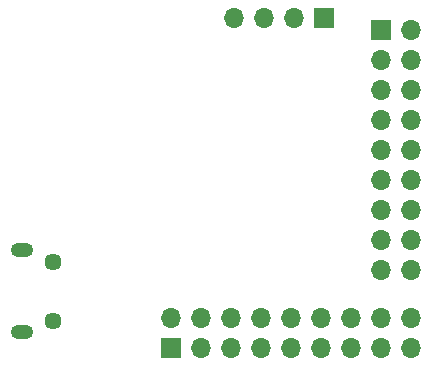
<source format=gbr>
%TF.GenerationSoftware,KiCad,Pcbnew,(6.0.7)*%
%TF.CreationDate,2022-09-12T19:53:54+08:00*%
%TF.ProjectId,STM32Breakout,53544d33-3242-4726-9561-6b6f75742e6b,rev?*%
%TF.SameCoordinates,Original*%
%TF.FileFunction,Soldermask,Bot*%
%TF.FilePolarity,Negative*%
%FSLAX46Y46*%
G04 Gerber Fmt 4.6, Leading zero omitted, Abs format (unit mm)*
G04 Created by KiCad (PCBNEW (6.0.7)) date 2022-09-12 19:53:54*
%MOMM*%
%LPD*%
G01*
G04 APERTURE LIST*
%ADD10C,1.450000*%
%ADD11O,1.900000X1.200000*%
%ADD12R,1.700000X1.700000*%
%ADD13O,1.700000X1.700000*%
G04 APERTURE END LIST*
D10*
%TO.C,J1*%
X81726500Y-104688000D03*
X81726500Y-109688000D03*
D11*
X79026500Y-103688000D03*
X79026500Y-110688000D03*
%TD*%
D12*
%TO.C,J4*%
X104648000Y-84074000D03*
D13*
X102108000Y-84074000D03*
X99568000Y-84074000D03*
X97028000Y-84074000D03*
%TD*%
D12*
%TO.C,J2*%
X91704000Y-112019000D03*
D13*
X91704000Y-109479000D03*
X94244000Y-112019000D03*
X94244000Y-109479000D03*
X96784000Y-112019000D03*
X96784000Y-109479000D03*
X99324000Y-112019000D03*
X99324000Y-109479000D03*
X101864000Y-112019000D03*
X101864000Y-109479000D03*
X104404000Y-112019000D03*
X104404000Y-109479000D03*
X106944000Y-112019000D03*
X106944000Y-109479000D03*
X109484000Y-112019000D03*
X109484000Y-109479000D03*
X112024000Y-112019000D03*
X112024000Y-109479000D03*
%TD*%
D12*
%TO.C,J3*%
X109474000Y-85090000D03*
D13*
X112014000Y-85090000D03*
X109474000Y-87630000D03*
X112014000Y-87630000D03*
X109474000Y-90170000D03*
X112014000Y-90170000D03*
X109474000Y-92710000D03*
X112014000Y-92710000D03*
X109474000Y-95250000D03*
X112014000Y-95250000D03*
X109474000Y-97790000D03*
X112014000Y-97790000D03*
X109474000Y-100330000D03*
X112014000Y-100330000D03*
X109474000Y-102870000D03*
X112014000Y-102870000D03*
X109474000Y-105410000D03*
X112014000Y-105410000D03*
%TD*%
M02*

</source>
